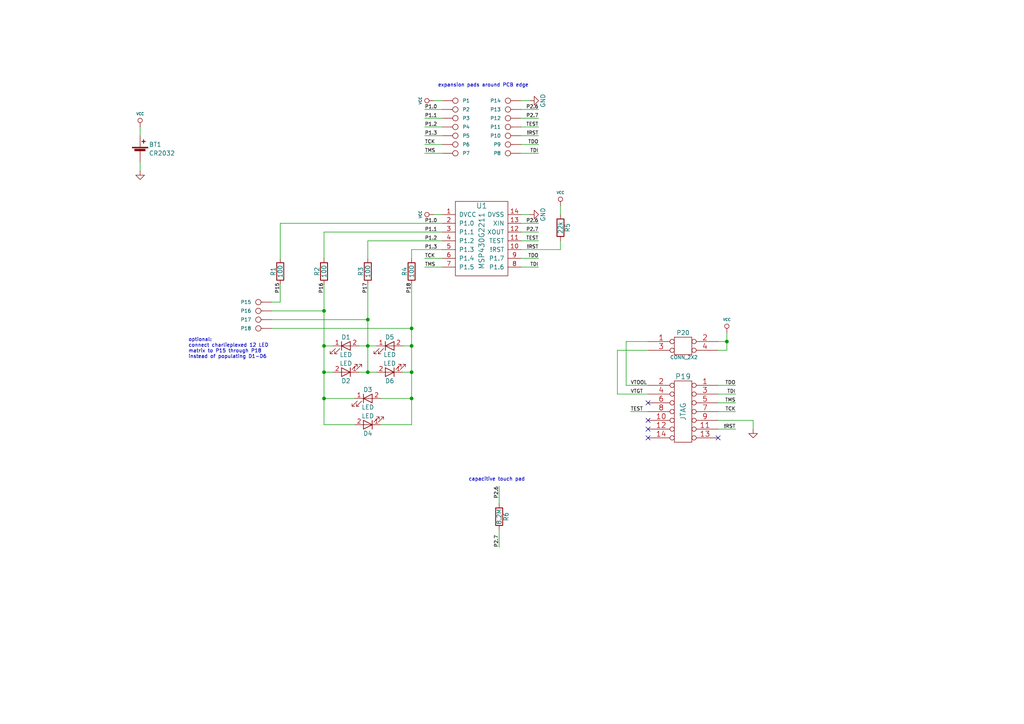
<source format=kicad_sch>
(kicad_sch (version 20230121) (generator eeschema)
  (paper "A4")
  (title_block (title "ToorCamp 2018 Badge") (date "2018-06-30") (company "Copyright 2018 Great Scott Gadgets") (comment 1 "License: BSD-3-Clause, http://greatscottgadgets.com/toorcamp2018badge/"))
  (lib_symbols
    (symbol "toorcamp2018badge-rescue:Battery_Cell" (pin_numbers hide) (pin_names (offset 0) hide)
      (property "Reference" "BT" (at 2.54 2.54 0))
      (property "Value" "Battery_Cell" (at 2.54 0 0))
      (symbol "Battery_Cell_0_1"
        (rectangle (start -2.286 1.778) (end 2.286 1.524) (fill (type outline)))
        (rectangle (start -1.5748 1.1938) (end 1.4732 0.6858) (fill (type outline)))
        (polyline (pts (xy 0 0.762) (xy 0 0)))
        (polyline (pts (xy 0 1.778) (xy 0 2.54)))
        (polyline (pts (xy 0.508 3.429) (xy 1.524 3.429)) (stroke (width 0.254)))
        (polyline (pts (xy 1.016 3.937) (xy 1.016 2.921)) (stroke (width 0.254)))
      )
      (symbol "Battery_Cell_1_1"
        (pin passive line (at 0 5.08 270) (length 2.54) (name "+") (number "1"))
        (pin passive line (at 0 -2.54 90) (length 2.54) (name "-") (number "2"))
      )
    )
    (symbol "toorcamp2018badge-rescue:CONN_1" (pin_numbers hide) (pin_names (offset 0.762) hide)
      (property "Reference" "P" (at 2.032 0 0))
      (symbol "CONN_1_0_1"
        (polyline (pts (xy -0.762 0) (xy -1.27 0)))
        (circle (center 0 0) (radius 0.7874))
      )
      (symbol "CONN_1_1_1"
        (pin passive line (at -3.81 0 0) (length 2.54) (name "1") (number "1"))
      )
    )
    (symbol "toorcamp2018badge-rescue:CONN_2X2" (pin_names (offset 1.016) hide)
      (property "Reference" "P" (at 0 3.81 0))
      (property "Value" "CONN_2X2" (at 0.254 -3.302 0))
      (symbol "CONN_2X2_0_1"
        (rectangle (start -2.54 2.54) (end 2.54 -2.54))
      )
      (symbol "CONN_2X2_1_1"
        (pin passive inverted (at -10.16 1.27 0) (length 7.62) (name "1") (number "1"))
        (pin passive inverted (at 10.16 1.27 180) (length 7.62) (name "2") (number "2"))
        (pin passive inverted (at -10.16 -1.27 0) (length 7.62) (name "3") (number "3"))
        (pin passive inverted (at 10.16 -1.27 180) (length 7.62) (name "4") (number "4"))
      )
    )
    (symbol "toorcamp2018badge-rescue:CONN_7X2" (pin_names (offset 1.016) hide)
      (property "Reference" "P" (at 0 10.16 0))
      (property "Value" "CONN_7X2" (at 0 0 90))
      (symbol "CONN_7X2_0_1"
        (rectangle (start -2.54 8.89) (end 2.54 -8.89))
      )
      (symbol "CONN_7X2_1_1"
        (pin passive inverted (at -10.16 7.62 0) (length 7.62) (name "P1") (number "1"))
        (pin passive inverted (at 10.16 -2.54 180) (length 7.62) (name "10") (number "10"))
        (pin passive inverted (at -10.16 -5.08 0) (length 7.62) (name "11") (number "11"))
        (pin passive inverted (at 10.16 -5.08 180) (length 7.62) (name "12") (number "12"))
        (pin passive inverted (at -10.16 -7.62 0) (length 7.62) (name "13") (number "13"))
        (pin passive inverted (at 10.16 -7.62 180) (length 7.62) (name "14") (number "14"))
        (pin passive inverted (at 10.16 7.62 180) (length 7.62) (name "P2") (number "2"))
        (pin passive inverted (at -10.16 5.08 0) (length 7.62) (name "P3") (number "3"))
        (pin passive inverted (at 10.16 5.08 180) (length 7.62) (name "P4") (number "4"))
        (pin passive inverted (at -10.16 2.54 0) (length 7.62) (name "P5") (number "5"))
        (pin passive inverted (at 10.16 2.54 180) (length 7.62) (name "P6") (number "6"))
        (pin passive inverted (at -10.16 0 0) (length 7.62) (name "P7") (number "7"))
        (pin passive inverted (at 10.16 0 180) (length 7.62) (name "P8") (number "8"))
        (pin passive inverted (at -10.16 -2.54 0) (length 7.62) (name "9") (number "9"))
      )
    )
    (symbol "toorcamp2018badge-rescue:GND" (power) (pin_names (offset 0))
      (property "Value" "GND" (at 0 -3.81 0))
      (symbol "GND_0_1"
        (polyline (pts (xy 0 0) (xy 0 -1.27) (xy 1.27 -1.27) (xy 0 -2.54) (xy -1.27 -1.27) (xy 0 -1.27)))
      )
      (symbol "GND_1_1"
        (pin power_in line (at 0 0 270) (length 0) hide (name "GND") (number "1"))
      )
    )
    (symbol "toorcamp2018badge-rescue:LED" (pin_names (offset 1.016) hide)
      (property "Reference" "D" (at 0 2.54 0))
      (property "Value" "LED" (at 0 -2.54 0))
      (symbol "LED_0_1"
        (polyline (pts (xy -1.27 -1.27) (xy -1.27 1.27)) (stroke (width 0.2032)))
        (polyline (pts (xy -1.27 0) (xy 1.27 0)))
        (polyline (pts (xy 1.27 -1.27) (xy 1.27 1.27) (xy -1.27 0) (xy 1.27 -1.27)) (stroke (width 0.2032)))
        (polyline (pts (xy -3.048 -0.762) (xy -4.572 -2.286) (xy -3.81 -2.286) (xy -4.572 -2.286) (xy -4.572 -1.524)))
        (polyline (pts (xy -1.778 -0.762) (xy -3.302 -2.286) (xy -2.54 -2.286) (xy -3.302 -2.286) (xy -3.302 -1.524)))
      )
      (symbol "LED_1_1"
        (pin passive line (at -3.81 0 0) (length 2.54) (name "K") (number "1"))
        (pin passive line (at 3.81 0 180) (length 2.54) (name "A") (number "2"))
      )
    )
    (symbol "toorcamp2018badge-rescue:MSP430G2x01N" (pin_names (offset 1.016))
      (property "Reference" "U" (at 0 10.16 0))
      (property "Value" "MSP430G2x01N" (at 0 0 90))
      (symbol "MSP430G2x01N_0_1"
        (rectangle (start -7.62 11.43) (end 7.62 -10.16))
      )
      (symbol "MSP430G2x01N_1_1"
        (pin power_in line (at -11.43 7.62 0) (length 3.81) (name "DVCC") (number "1"))
        (pin bidirectional line (at 11.43 -2.54 180) (length 3.81) (name "!RST") (number "10"))
        (pin bidirectional line (at 11.43 0 180) (length 3.81) (name "TEST") (number "11"))
        (pin bidirectional line (at 11.43 2.54 180) (length 3.81) (name "XOUT") (number "12"))
        (pin bidirectional line (at 11.43 5.08 180) (length 3.81) (name "XIN") (number "13"))
        (pin power_in line (at 11.43 7.62 180) (length 3.81) (name "DVSS") (number "14"))
        (pin bidirectional line (at -11.43 5.08 0) (length 3.81) (name "P1.0") (number "2"))
        (pin bidirectional line (at -11.43 2.54 0) (length 3.81) (name "P1.1") (number "3"))
        (pin bidirectional line (at -11.43 0 0) (length 3.81) (name "P1.2") (number "4"))
        (pin bidirectional line (at -11.43 -2.54 0) (length 3.81) (name "P1.3") (number "5"))
        (pin bidirectional line (at -11.43 -5.08 0) (length 3.81) (name "P1.4") (number "6"))
        (pin bidirectional line (at -11.43 -7.62 0) (length 3.81) (name "P1.5") (number "7"))
        (pin bidirectional line (at 11.43 -7.62 180) (length 3.81) (name "P1.6") (number "8"))
        (pin bidirectional line (at 11.43 -5.08 180) (length 3.81) (name "P1.7") (number "9"))
      )
    )
    (symbol "toorcamp2018badge-rescue:R" (pin_numbers hide) (pin_names (offset 0))
      (property "Reference" "R" (at 2.032 0 90))
      (property "Value" "R" (at 0 0 90))
      (symbol "R_0_1"
        (rectangle (start -1.016 -2.54) (end 1.016 2.54) (stroke (width 0.254)))
      )
      (symbol "R_1_1"
        (pin passive line (at 0 3.81 270) (length 1.27) (name "~") (number "1"))
        (pin passive line (at 0 -3.81 90) (length 1.27) (name "~") (number "2"))
      )
    )
    (symbol "toorcamp2018badge-rescue:VCC" (power) (pin_names (offset 0))
      (property "Value" "VCC" (at 0 3.81 0))
      (symbol "VCC_0_1"
        (polyline (pts (xy 0 0) (xy 0 1.27)))
        (circle (center 0 1.905) (radius 0.635))
      )
      (symbol "VCC_1_1"
        (pin power_in line (at 0 0 90) (length 0) hide (name "VCC") (number "1"))
      )
    )
  )
  (junction (at 106.68 92.71))
  (junction (at 93.98 115.57))
  (junction (at 119.38 100.33))
  (junction (at 106.68 107.95))
  (junction (at 119.38 115.57))
  (junction (at 93.98 107.95))
  (junction (at 119.38 107.95))
  (junction (at 106.68 100.33))
  (junction (at 119.38 95.25))
  (junction (at 93.98 90.17))
  (junction (at 93.98 100.33))
  (junction (at 210.82 99.06))
  (no_connect (at 187.96 127))
  (no_connect (at 208.28 127))
  (no_connect (at 187.96 124.46))
  (no_connect (at 187.96 121.92))
  (no_connect (at 187.96 116.84))
  (wire (pts (xy 156.21 31.75) (xy 151.13 31.75)))
  (wire (pts (xy 128.27 74.93) (xy 123.19 74.93)))
  (wire (pts (xy 125.73 62.23) (xy 128.27 62.23)))
  (wire (pts (xy 210.82 96.52) (xy 210.82 99.06)))
  (wire (pts (xy 210.82 101.6) (xy 208.28 101.6)))
  (wire (pts (xy 210.82 99.06) (xy 210.82 101.6)))
  (wire (pts (xy 208.28 114.3) (xy 213.36 114.3)))
  (wire (pts (xy 119.38 95.25) (xy 78.74 95.25)))
  (wire (pts (xy 151.13 41.91) (xy 156.21 41.91)))
  (wire (pts (xy 144.78 153.67) (xy 144.78 158.75)))
  (wire (pts (xy 123.19 36.83) (xy 128.27 36.83)))
  (wire (pts (xy 93.98 67.31) (xy 128.27 67.31)))
  (wire (pts (xy 119.38 115.57) (xy 110.49 115.57)))
  (wire (pts (xy 156.21 67.31) (xy 151.13 67.31)))
  (wire (pts (xy 119.38 123.19) (xy 110.49 123.19)))
  (wire (pts (xy 81.28 74.93) (xy 81.28 64.77)))
  (wire (pts (xy 128.27 77.47) (xy 123.19 77.47)))
  (wire (pts (xy 128.27 41.91) (xy 123.19 41.91)))
  (wire (pts (xy 106.68 107.95) (xy 109.22 107.95)))
  (wire (pts (xy 210.82 99.06) (xy 208.28 99.06)))
  (wire (pts (xy 106.68 100.33) (xy 106.68 107.95)))
  (wire (pts (xy 156.21 36.83) (xy 151.13 36.83)))
  (wire (pts (xy 208.28 111.76) (xy 213.36 111.76)))
  (wire (pts (xy 162.56 59.69) (xy 162.56 62.23)))
  (wire (pts (xy 93.98 90.17) (xy 93.98 100.33)))
  (wire (pts (xy 187.96 119.38) (xy 182.88 119.38)))
  (wire (pts (xy 106.68 100.33) (xy 109.22 100.33)))
  (wire (pts (xy 106.68 82.55) (xy 106.68 92.71)))
  (wire (pts (xy 151.13 77.47) (xy 156.21 77.47)))
  (wire (pts (xy 93.98 90.17) (xy 78.74 90.17)))
  (wire (pts (xy 128.27 44.45) (xy 123.19 44.45)))
  (wire (pts (xy 156.21 64.77) (xy 151.13 64.77)))
  (wire (pts (xy 151.13 74.93) (xy 156.21 74.93)))
  (wire (pts (xy 119.38 72.39) (xy 128.27 72.39)))
  (wire (pts (xy 106.68 92.71) (xy 78.74 92.71)))
  (wire (pts (xy 179.07 101.6) (xy 179.07 114.3)))
  (wire (pts (xy 208.28 124.46) (xy 213.36 124.46)))
  (wire (pts (xy 119.38 115.57) (xy 119.38 123.19)))
  (wire (pts (xy 93.98 115.57) (xy 93.98 123.19)))
  (wire (pts (xy 93.98 100.33) (xy 96.52 100.33)))
  (wire (pts (xy 119.38 95.25) (xy 119.38 100.33)))
  (wire (pts (xy 40.64 46.99) (xy 40.64 49.53)))
  (wire (pts (xy 179.07 101.6) (xy 187.96 101.6)))
  (wire (pts (xy 151.13 39.37) (xy 156.21 39.37)))
  (wire (pts (xy 93.98 100.33) (xy 93.98 107.95)))
  (wire (pts (xy 81.28 64.77) (xy 128.27 64.77)))
  (wire (pts (xy 218.44 124.46) (xy 218.44 121.92)))
  (wire (pts (xy 181.61 111.76) (xy 187.96 111.76)))
  (wire (pts (xy 151.13 44.45) (xy 156.21 44.45)))
  (wire (pts (xy 153.67 62.23) (xy 151.13 62.23)))
  (wire (pts (xy 119.38 82.55) (xy 119.38 95.25)))
  (wire (pts (xy 181.61 99.06) (xy 187.96 99.06)))
  (wire (pts (xy 162.56 72.39) (xy 162.56 69.85)))
  (wire (pts (xy 128.27 39.37) (xy 123.19 39.37)))
  (wire (pts (xy 106.68 92.71) (xy 106.68 100.33)))
  (wire (pts (xy 81.28 87.63) (xy 78.74 87.63)))
  (wire (pts (xy 104.14 100.33) (xy 106.68 100.33)))
  (wire (pts (xy 181.61 99.06) (xy 181.61 111.76)))
  (wire (pts (xy 81.28 87.63) (xy 81.28 82.55)))
  (wire (pts (xy 151.13 72.39) (xy 162.56 72.39)))
  (wire (pts (xy 119.38 107.95) (xy 116.84 107.95)))
  (wire (pts (xy 119.38 107.95) (xy 119.38 115.57)))
  (wire (pts (xy 125.73 29.21) (xy 128.27 29.21)))
  (wire (pts (xy 218.44 121.92) (xy 208.28 121.92)))
  (wire (pts (xy 119.38 74.93) (xy 119.38 72.39)))
  (wire (pts (xy 93.98 107.95) (xy 93.98 115.57)))
  (wire (pts (xy 156.21 34.29) (xy 151.13 34.29)))
  (wire (pts (xy 208.28 116.84) (xy 213.36 116.84)))
  (wire (pts (xy 119.38 100.33) (xy 116.84 100.33)))
  (wire (pts (xy 106.68 74.93) (xy 106.68 69.85)))
  (wire (pts (xy 106.68 69.85) (xy 128.27 69.85)))
  (wire (pts (xy 104.14 107.95) (xy 106.68 107.95)))
  (wire (pts (xy 128.27 34.29) (xy 123.19 34.29)))
  (wire (pts (xy 93.98 82.55) (xy 93.98 90.17)))
  (wire (pts (xy 153.67 29.21) (xy 151.13 29.21)))
  (wire (pts (xy 93.98 115.57) (xy 102.87 115.57)))
  (wire (pts (xy 156.21 69.85) (xy 151.13 69.85)))
  (wire (pts (xy 119.38 100.33) (xy 119.38 107.95)))
  (wire (pts (xy 93.98 123.19) (xy 102.87 123.19)))
  (wire (pts (xy 123.19 31.75) (xy 128.27 31.75)))
  (wire (pts (xy 179.07 114.3) (xy 187.96 114.3)))
  (wire (pts (xy 93.98 74.93) (xy 93.98 67.31)))
  (wire (pts (xy 40.64 36.83) (xy 40.64 39.37)))
  (wire (pts (xy 208.28 119.38) (xy 213.36 119.38)))
  (wire (pts (xy 93.98 107.95) (xy 96.52 107.95)))
  (wire (pts (xy 144.78 140.97) (xy 144.78 146.05)))
  (text "expansion pads around PCB edge" (at 127 25.4 0) (effects (font (size 1.016 1.016)) (justify left bottom)))
  (text "capacitive touch pad" (at 135.89 139.7 0) (effects (font (size 1.016 1.016)) (justify left bottom)))
  (text "optional:\nconnect charlieplexed 12 LED\nmatrix to P15 through P18\ninstead of populating D1-D6" (at 54.61 104.14 0) (effects (font (size 1.016 1.016)) (justify left bottom)))
  (label "!RST" (at 156.21 72.39 180) (effects (font (size 1.016 1.016))))
  (label "P1.3" (at 123.19 72.39 0) (effects (font (size 1.016 1.016))))
  (label "TEST" (at 182.88 119.38 0) (effects (font (size 1.016 1.016))))
  (label "TDI" (at 213.36 114.3 180) (effects (font (size 1.016 1.016))))
  (label "P15" (at 81.28 85.09 90) (effects (font (size 1.016 1.016))))
  (label "TCK" (at 123.19 74.93 0) (effects (font (size 1.016 1.016))))
  (label "P2.6" (at 156.21 31.75 180) (effects (font (size 1.016 1.016))))
  (label "P18" (at 119.38 85.09 90) (effects (font (size 1.016 1.016))))
  (label "TEST" (at 156.21 69.85 180) (effects (font (size 1.016 1.016))))
  (label "P1.1" (at 123.19 34.29 0) (effects (font (size 1.016 1.016))))
  (label "P16" (at 93.98 85.09 90) (effects (font (size 1.016 1.016))))
  (label "P1.1" (at 123.19 67.31 0) (effects (font (size 1.016 1.016))))
  (label "P1.2" (at 123.19 69.85 0) (effects (font (size 1.016 1.016))))
  (label "TDO" (at 156.21 41.91 180) (effects (font (size 1.016 1.016))))
  (label "P1.2" (at 123.19 36.83 0) (effects (font (size 1.016 1.016))))
  (label "!RST" (at 213.36 124.46 180) (effects (font (size 1.016 1.016))))
  (label "P2.6" (at 144.78 140.97 270) (effects (font (size 1.016 1.016))))
  (label "P1.3" (at 123.19 39.37 0) (effects (font (size 1.016 1.016))))
  (label "TDI" (at 156.21 44.45 180) (effects (font (size 1.016 1.016))))
  (label "TMS" (at 123.19 44.45 0) (effects (font (size 1.016 1.016))))
  (label "VTOOL" (at 182.88 111.76 0) (effects (font (size 1.016 1.016))))
  (label "P17" (at 106.68 85.09 90) (effects (font (size 1.016 1.016))))
  (label "TCK" (at 213.36 119.38 180) (effects (font (size 1.016 1.016))))
  (label "P1.0" (at 123.19 31.75 0) (effects (font (size 1.016 1.016))))
  (label "P1.0" (at 123.19 64.77 0) (effects (font (size 1.016 1.016))))
  (label "TCK" (at 123.19 41.91 0) (effects (font (size 1.016 1.016))))
  (label "TMS" (at 213.36 116.84 180) (effects (font (size 1.016 1.016))))
  (label "VTGT" (at 182.88 114.3 0) (effects (font (size 1.016 1.016))))
  (label "P2.7" (at 156.21 67.31 180) (effects (font (size 1.016 1.016))))
  (label "P2.7" (at 156.21 34.29 180) (effects (font (size 1.016 1.016))))
  (label "P2.6" (at 156.21 64.77 180) (effects (font (size 1.016 1.016))))
  (label "TDO" (at 213.36 111.76 180) (effects (font (size 1.016 1.016))))
  (label "TMS" (at 123.19 77.47 0) (effects (font (size 1.016 1.016))))
  (label "P2.7" (at 144.78 158.75 90) (effects (font (size 1.016 1.016))))
  (label "TEST" (at 156.21 36.83 180) (effects (font (size 1.016 1.016))))
  (label "TDO" (at 156.21 74.93 180) (effects (font (size 1.016 1.016))))
  (label "TDI" (at 156.21 77.47 180) (effects (font (size 1.016 1.016))))
  (label "!RST" (at 156.21 39.37 180) (effects (font (size 1.016 1.016))))
  (symbol (lib_id "toorcamp2018badge-rescue:R") (at 81.28 78.74 180) (unit 1)
    (property "Reference" "R1" (at 79.248 78.74 90))
    (property "Value" "100" (at 81.28 78.74 90))
    (property "Footprint" "gsg-modules:RESISTOR-AXIAL-1.7x3.3mm" (effects hide))
    (property "Manufacturer" "Stackpole" (effects hide))
    (property "Part Number" "CFM14JT100R" (effects hide))
    (property "Description" "RES 100 OHM 1/4W 5% CF MINI" (effects hide))
  )
  (symbol (lib_id "toorcamp2018badge-rescue:CONN_1") (at 74.93 87.63 180) (unit 1)
    (property "Reference" "P15" (at 72.898 87.63 0) (effects (font (size 1.016 1.016)) (justify left)))
    (property "Value" "CONN_1" (effects hide))
    (property "Footprint" "gsg-modules:HEADER-1x1" (effects hide))
  )
  (symbol (lib_id "toorcamp2018badge-rescue:CONN_1") (at 74.93 90.17 180) (unit 1)
    (property "Reference" "P16" (at 72.898 90.17 0) (effects (font (size 1.016 1.016)) (justify left)))
    (property "Value" "CONN_1" (effects hide))
    (property "Footprint" "gsg-modules:HEADER-1x1" (effects hide))
  )
  (symbol (lib_id "toorcamp2018badge-rescue:CONN_1") (at 74.93 92.71 180) (unit 1)
    (property "Reference" "P17" (at 72.898 92.71 0) (effects (font (size 1.016 1.016)) (justify left)))
    (property "Value" "CONN_1" (effects hide))
    (property "Footprint" "gsg-modules:HEADER-1x1" (effects hide))
  )
  (symbol (lib_id "toorcamp2018badge-rescue:CONN_1") (at 74.93 95.25 180) (unit 1)
    (property "Reference" "P18" (at 72.898 95.25 0) (effects (font (size 1.016 1.016)) (justify left)))
    (property "Value" "CONN_1" (effects hide))
    (property "Footprint" "gsg-modules:HEADER-1x1" (effects hide))
  )
  (symbol (lib_id "toorcamp2018badge-rescue:CONN_7X2") (at 198.12 119.38 0) (mirror y) (unit 1)
    (property "Reference" "P19" (at 198.12 109.22 0) (effects (font (size 1.524 1.524))))
    (property "Value" "JTAG" (at 198.12 119.38 90) (effects (font (size 1.524 1.524))))
    (property "Footprint" "gsg-modules:HEADER-SMT-2x7" (effects hide))
  )
  (symbol (lib_id "toorcamp2018badge-rescue:GND") (at 218.44 124.46 0) (unit 1)
    (property "Reference" "#PWR02" (effects hide))
    (property "Value" "GND" (effects hide))
  )
  (symbol (lib_id "toorcamp2018badge-rescue:VCC") (at 210.82 96.52 0) (unit 1)
    (property "Reference" "#PWR01" (effects hide))
    (property "Value" "VCC" (at 210.82 92.71 0) (effects (font (size 0.762 0.762))))
  )
  (symbol (lib_id "toorcamp2018badge-rescue:CONN_2X2") (at 198.12 100.33 0) (unit 1)
    (property "Reference" "P20" (at 198.12 96.52 0))
    (property "Value" "CONN_2X2" (at 198.374 103.632 0) (effects (font (size 1.016 1.016))))
    (property "Footprint" "gsg-modules:HEADER-SMT-2x2" (effects hide))
  )
  (symbol (lib_id "toorcamp2018badge-rescue:MSP430G2x01N") (at 139.7 69.85 0) (unit 1)
    (property "Reference" "U1" (at 139.7 59.69 0) (effects (font (size 1.524 1.524))))
    (property "Value" "MSP430G2211" (at 139.7 69.85 90) (effects (font (size 1.524 1.524))))
    (property "Footprint" "gsg-modules:DIP14" (effects hide))
    (property "Manufacturer" "Texas Instruments" (effects hide))
    (property "Part Number" "MSP430G2211IN14" (effects hide))
    (property "Description" "IC MCU 16BIT 2KB FLASH 14DIP" (effects hide))
  )
  (symbol (lib_id "toorcamp2018badge-rescue:VCC") (at 162.56 59.69 0) (unit 1)
    (property "Reference" "#PWR03" (effects hide))
    (property "Value" "VCC" (at 162.56 55.88 0) (effects (font (size 0.762 0.762))))
  )
  (symbol (lib_id "toorcamp2018badge-rescue:GND") (at 153.67 62.23 90) (unit 1)
    (property "Reference" "#PWR04" (effects hide))
    (property "Value" "GND" (at 157.48 62.23 0))
  )
  (symbol (lib_id "toorcamp2018badge-rescue:VCC") (at 125.73 62.23 90) (unit 1)
    (property "Reference" "#PWR05" (effects hide))
    (property "Value" "VCC" (at 121.92 62.23 0) (effects (font (size 0.762 0.762))))
  )
  (symbol (lib_id "toorcamp2018badge-rescue:Battery_Cell") (at 40.64 44.45 0) (unit 1)
    (property "Reference" "BT1" (at 43.18 41.91 0) (effects (justify left)))
    (property "Value" "CR2032" (at 43.18 44.45 0) (effects (justify left)))
    (property "Footprint" "gsg-modules:BU2032SM-BT" (effects hide))
    (property "Manufacturer" "MPD" (effects hide))
    (property "Part Number" "BU2032SM-BT-GTR" (effects hide))
    (property "Description" "HOLDER CR2032 GOLD LEADS SMD" (effects hide))
  )
  (symbol (lib_id "toorcamp2018badge-rescue:GND") (at 40.64 49.53 0) (unit 1)
    (property "Reference" "#PWR06" (effects hide))
    (property "Value" "GND" (effects hide))
  )
  (symbol (lib_id "toorcamp2018badge-rescue:VCC") (at 40.64 36.83 0) (unit 1)
    (property "Reference" "#PWR07" (effects hide))
    (property "Value" "VCC" (at 40.64 33.02 0) (effects (font (size 0.762 0.762))))
  )
  (symbol (lib_id "toorcamp2018badge-rescue:LED") (at 100.33 100.33 0) (unit 1)
    (property "Reference" "D1" (at 100.33 97.79 0))
    (property "Value" "LED" (at 100.33 102.87 0))
    (property "Footprint" "LEDs:LED_D5.0mm" (effects hide))
    (property "Manufacturer" "Kingbright" (effects hide))
    (property "Part Number" "WP3A8GD" (effects hide))
    (property "Description" "LED GRN DIFF 3MM ROUND T/H" (effects hide))
  )
  (symbol (lib_id "toorcamp2018badge-rescue:CONN_1") (at 147.32 29.21 180) (unit 1)
    (property "Reference" "P14" (at 145.288 29.21 0) (effects (font (size 1.016 1.016)) (justify left)))
    (property "Value" "CONN_1" (effects hide))
    (property "Footprint" "gsg-modules:TESTPOINT-TOORCAMP-2018-EDGE" (effects hide))
  )
  (symbol (lib_id "toorcamp2018badge-rescue:CONN_1") (at 147.32 31.75 180) (unit 1)
    (property "Reference" "P13" (at 145.288 31.75 0) (effects (font (size 1.016 1.016)) (justify left)))
    (property "Value" "CONN_1" (effects hide))
    (property "Footprint" "gsg-modules:TESTPOINT-TOORCAMP-2018-EDGE" (effects hide))
  )
  (symbol (lib_id "toorcamp2018badge-rescue:CONN_1") (at 147.32 34.29 180) (unit 1)
    (property "Reference" "P12" (at 145.288 34.29 0) (effects (font (size 1.016 1.016)) (justify left)))
    (property "Value" "CONN_1" (effects hide))
    (property "Footprint" "gsg-modules:TESTPOINT-TOORCAMP-2018-EDGE" (effects hide))
  )
  (symbol (lib_id "toorcamp2018badge-rescue:CONN_1") (at 147.32 36.83 180) (unit 1)
    (property "Reference" "P11" (at 145.288 36.83 0) (effects (font (size 1.016 1.016)) (justify left)))
    (property "Value" "CONN_1" (effects hide))
    (property "Footprint" "gsg-modules:TESTPOINT-TOORCAMP-2018-EDGE" (effects hide))
  )
  (symbol (lib_id "toorcamp2018badge-rescue:CONN_1") (at 147.32 39.37 180) (unit 1)
    (property "Reference" "P10" (at 145.288 39.37 0) (effects (font (size 1.016 1.016)) (justify left)))
    (property "Value" "CONN_1" (effects hide))
    (property "Footprint" "gsg-modules:TESTPOINT-TOORCAMP-2018-EDGE" (effects hide))
  )
  (symbol (lib_id "toorcamp2018badge-rescue:CONN_1") (at 147.32 41.91 180) (unit 1)
    (property "Reference" "P9" (at 145.288 41.91 0) (effects (font (size 1.016 1.016)) (justify left)))
    (property "Value" "CONN_1" (effects hide))
    (property "Footprint" "gsg-modules:TESTPOINT-TOORCAMP-2018-EDGE" (effects hide))
  )
  (symbol (lib_id "toorcamp2018badge-rescue:CONN_1") (at 147.32 44.45 180) (unit 1)
    (property "Reference" "P8" (at 145.288 44.45 0) (effects (font (size 1.016 1.016)) (justify left)))
    (property "Value" "CONN_1" (effects hide))
    (property "Footprint" "gsg-modules:TESTPOINT-TOORCAMP-2018-EDGE" (effects hide))
  )
  (symbol (lib_id "toorcamp2018badge-rescue:GND") (at 153.67 29.21 90) (unit 1)
    (property "Reference" "#PWR08" (effects hide))
    (property "Value" "GND" (at 157.48 29.21 0))
  )
  (symbol (lib_id "toorcamp2018badge-rescue:VCC") (at 125.73 29.21 90) (unit 1)
    (property "Reference" "#PWR09" (effects hide))
    (property "Value" "VCC" (at 121.92 29.21 0) (effects (font (size 0.762 0.762))))
  )
  (symbol (lib_id "toorcamp2018badge-rescue:CONN_1") (at 132.08 29.21 0) (unit 1)
    (property "Reference" "P1" (at 134.112 29.21 0) (effects (font (size 1.016 1.016)) (justify left)))
    (property "Value" "CONN_1" (effects hide))
    (property "Footprint" "gsg-modules:TESTPOINT-TOORCAMP-2018-EDGE" (effects hide))
  )
  (symbol (lib_id "toorcamp2018badge-rescue:CONN_1") (at 132.08 31.75 0) (unit 1)
    (property "Reference" "P2" (at 134.112 31.75 0) (effects (font (size 1.016 1.016)) (justify left)))
    (property "Value" "CONN_1" (effects hide))
    (property "Footprint" "gsg-modules:TESTPOINT-TOORCAMP-2018-EDGE" (effects hide))
  )
  (symbol (lib_id "toorcamp2018badge-rescue:CONN_1") (at 132.08 34.29 0) (unit 1)
    (property "Reference" "P3" (at 134.112 34.29 0) (effects (font (size 1.016 1.016)) (justify left)))
    (property "Value" "CONN_1" (effects hide))
    (property "Footprint" "gsg-modules:TESTPOINT-TOORCAMP-2018-EDGE" (effects hide))
  )
  (symbol (lib_id "toorcamp2018badge-rescue:CONN_1") (at 132.08 36.83 0) (unit 1)
    (property "Reference" "P4" (at 134.112 36.83 0) (effects (font (size 1.016 1.016)) (justify left)))
    (property "Value" "CONN_1" (effects hide))
    (property "Footprint" "gsg-modules:TESTPOINT-TOORCAMP-2018-EDGE" (effects hide))
  )
  (symbol (lib_id "toorcamp2018badge-rescue:CONN_1") (at 132.08 39.37 0) (unit 1)
    (property "Reference" "P5" (at 134.112 39.37 0) (effects (font (size 1.016 1.016)) (justify left)))
    (property "Value" "CONN_1" (effects hide))
    (property "Footprint" "gsg-modules:TESTPOINT-TOORCAMP-2018-EDGE" (effects hide))
  )
  (symbol (lib_id "toorcamp2018badge-rescue:CONN_1") (at 132.08 41.91 0) (unit 1)
    (property "Reference" "P6" (at 134.112 41.91 0) (effects (font (size 1.016 1.016)) (justify left)))
    (property "Value" "CONN_1" (effects hide))
    (property "Footprint" "gsg-modules:TESTPOINT-TOORCAMP-2018-EDGE" (effects hide))
  )
  (symbol (lib_id "toorcamp2018badge-rescue:CONN_1") (at 132.08 44.45 0) (unit 1)
    (property "Reference" "P7" (at 134.112 44.45 0) (effects (font (size 1.016 1.016)) (justify left)))
    (property "Value" "CONN_1" (effects hide))
    (property "Footprint" "gsg-modules:TESTPOINT-TOORCAMP-2018-EDGE" (effects hide))
  )
  (symbol (lib_id "toorcamp2018badge-rescue:R") (at 144.78 149.86 0) (unit 1)
    (property "Reference" "R6" (at 146.812 149.86 90))
    (property "Value" "8.2M" (at 144.78 149.86 90))
    (property "Footprint" "gsg-modules:RESISTOR-AXIAL-2.3x6.0mm" (effects hide))
    (property "Manufacturer" "Stackpole" (effects hide))
    (property "Part Number" "CF14JT8M20" (effects hide))
    (property "Description" "RES 8.2M OHM 1/4W 5% AXIAL" (effects hide))
  )
  (symbol (lib_id "toorcamp2018badge-rescue:R") (at 162.56 66.04 0) (unit 1)
    (property "Reference" "R5" (at 164.592 66.04 90))
    (property "Value" "22k" (at 162.56 66.04 90))
    (property "Footprint" "gsg-modules:RESISTOR-AXIAL-2.3x6.0mm" (effects hide))
    (property "Manufacturer" "Stackpole" (effects hide))
    (property "Part Number" "CF14JT22K0" (effects hide))
    (property "Description" "RES 22K OHM 1/4W 5% AXIAL" (effects hide))
  )
  (symbol (lib_id "toorcamp2018badge-rescue:R") (at 93.98 78.74 180) (unit 1)
    (property "Reference" "R2" (at 91.948 78.74 90))
    (property "Value" "100" (at 93.98 78.74 90))
    (property "Footprint" "gsg-modules:RESISTOR-AXIAL-1.7x3.3mm" (effects hide))
    (property "Manufacturer" "Stackpole" (effects hide))
    (property "Part Number" "CFM14JT100R" (effects hide))
    (property "Description" "RES 100 OHM 1/4W 5% CF MINI" (effects hide))
  )
  (symbol (lib_id "toorcamp2018badge-rescue:R") (at 106.68 78.74 180) (unit 1)
    (property "Reference" "R3" (at 104.648 78.74 90))
    (property "Value" "100" (at 106.68 78.74 90))
    (property "Footprint" "gsg-modules:RESISTOR-AXIAL-1.7x3.3mm" (effects hide))
    (property "Manufacturer" "Stackpole" (effects hide))
    (property "Part Number" "CFM14JT100R" (effects hide))
    (property "Description" "RES 100 OHM 1/4W 5% CF MINI" (effects hide))
  )
  (symbol (lib_id "toorcamp2018badge-rescue:R") (at 119.38 78.74 180) (unit 1)
    (property "Reference" "R4" (at 117.348 78.74 90))
    (property "Value" "100" (at 119.38 78.74 90))
    (property "Footprint" "gsg-modules:RESISTOR-AXIAL-1.7x3.3mm" (effects hide))
    (property "Manufacturer" "Stackpole" (effects hide))
    (property "Part Number" "CFM14JT100R" (effects hide))
    (property "Description" "RES 100 OHM 1/4W 5% CF MINI" (effects hide))
  )
  (symbol (lib_id "toorcamp2018badge-rescue:LED") (at 100.33 107.95 180) (unit 1)
    (property "Reference" "D2" (at 100.33 110.49 0))
    (property "Value" "LED" (at 100.33 105.41 0))
    (property "Footprint" "LEDs:LED_D5.0mm" (effects hide))
    (property "Manufacturer" "Kingbright" (effects hide))
    (property "Part Number" "WP3A8GD" (effects hide))
    (property "Description" "LED GRN DIFF 3MM ROUND T/H" (effects hide))
  )
  (symbol (lib_id "toorcamp2018badge-rescue:LED") (at 106.68 115.57 0) (unit 1)
    (property "Reference" "D3" (at 106.68 113.03 0))
    (property "Value" "LED" (at 106.68 118.11 0))
    (property "Footprint" "LEDs:LED_D5.0mm" (effects hide))
    (property "Manufacturer" "Kingbright" (effects hide))
    (property "Part Number" "WP3A8GD" (effects hide))
    (property "Description" "LED GRN DIFF 3MM ROUND T/H" (effects hide))
  )
  (symbol (lib_id "toorcamp2018badge-rescue:LED") (at 106.68 123.19 180) (unit 1)
    (property "Reference" "D4" (at 106.68 125.73 0))
    (property "Value" "LED" (at 106.68 120.65 0))
    (property "Footprint" "LEDs:LED_D5.0mm" (effects hide))
    (property "Manufacturer" "Kingbright" (effects hide))
    (property "Part Number" "WP3A8GD" (effects hide))
    (property "Description" "LED GRN DIFF 3MM ROUND T/H" (effects hide))
  )
  (symbol (lib_id "toorcamp2018badge-rescue:LED") (at 113.03 100.33 0) (unit 1)
    (property "Reference" "D5" (at 113.03 97.79 0))
    (property "Value" "LED" (at 113.03 102.87 0))
    (property "Footprint" "LEDs:LED_D5.0mm" (effects hide))
    (property "Manufacturer" "Kingbright" (effects hide))
    (property "Part Number" "WP3A8GD" (effects hide))
    (property "Description" "LED GRN DIFF 3MM ROUND T/H" (effects hide))
  )
  (symbol (lib_id "toorcamp2018badge-rescue:LED") (at 113.03 107.95 180) (unit 1)
    (property "Reference" "D6" (at 113.03 110.49 0))
    (property "Value" "LED" (at 113.03 105.41 0))
    (property "Footprint" "LEDs:LED_D5.0mm" (effects hide))
    (property "Manufacturer" "Kingbright" (effects hide))
    (property "Part Number" "WP3A8GD" (effects hide))
    (property "Description" "LED GRN DIFF 3MM ROUND T/H" (effects hide))
  )
)
</source>
